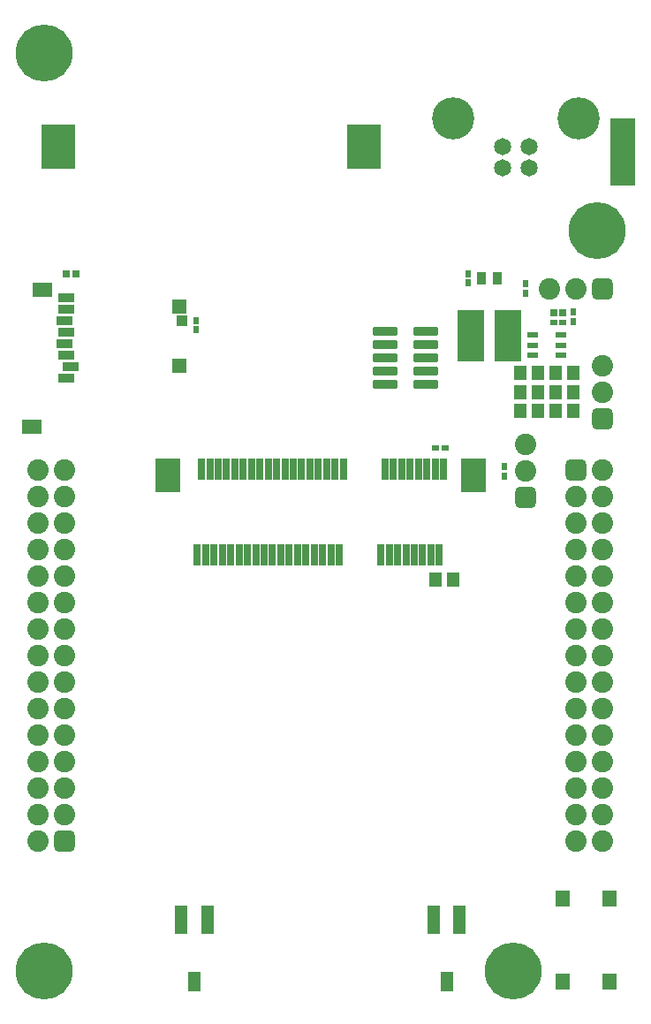
<source format=gts>
G04*
G04 #@! TF.GenerationSoftware,Altium Limited,Altium Designer,19.0.15 (446)*
G04*
G04 Layer_Color=8388736*
%FSLAX44Y44*%
%MOMM*%
G71*
G01*
G75*
%ADD22R,2.4000X6.4000*%
%ADD23R,0.6500X2.0500*%
%ADD24R,1.0000X1.0500*%
%ADD25R,1.4500X1.3500*%
%ADD26R,1.9500X1.4500*%
%ADD27R,1.5500X0.8500*%
%ADD28R,1.1000X0.6000*%
%ADD29R,2.5500X4.9500*%
%ADD30R,1.2500X1.4500*%
%ADD31R,0.7000X0.6000*%
%ADD32R,0.7100X0.6700*%
%ADD33R,0.6000X0.7000*%
G04:AMPARAMS|DCode=34|XSize=0.81mm|YSize=2.45mm|CornerRadius=0.215mm|HoleSize=0mm|Usage=FLASHONLY|Rotation=270.000|XOffset=0mm|YOffset=0mm|HoleType=Round|Shape=RoundedRectangle|*
%AMROUNDEDRECTD34*
21,1,0.8100,2.0200,0,0,270.0*
21,1,0.3800,2.4500,0,0,270.0*
1,1,0.4300,-1.0100,-0.1900*
1,1,0.4300,-1.0100,0.1900*
1,1,0.4300,1.0100,0.1900*
1,1,0.4300,1.0100,-0.1900*
%
%ADD34ROUNDEDRECTD34*%
%ADD35R,1.3500X1.6000*%
%ADD36R,3.2500X4.2500*%
%ADD37R,0.9500X1.1500*%
%ADD38R,2.3500X3.2500*%
%ADD39R,1.2500X2.7500*%
%ADD40R,1.2500X1.9500*%
%ADD41C,5.4500*%
G04:AMPARAMS|DCode=42|XSize=2.05mm|YSize=2.05mm|CornerRadius=0.525mm|HoleSize=0mm|Usage=FLASHONLY|Rotation=90.000|XOffset=0mm|YOffset=0mm|HoleType=Round|Shape=RoundedRectangle|*
%AMROUNDEDRECTD42*
21,1,2.0500,1.0000,0,0,90.0*
21,1,1.0000,2.0500,0,0,90.0*
1,1,1.0500,0.5000,0.5000*
1,1,1.0500,0.5000,-0.5000*
1,1,1.0500,-0.5000,-0.5000*
1,1,1.0500,-0.5000,0.5000*
%
%ADD42ROUNDEDRECTD42*%
%ADD43C,2.0500*%
G04:AMPARAMS|DCode=44|XSize=2.05mm|YSize=2.05mm|CornerRadius=0.525mm|HoleSize=0mm|Usage=FLASHONLY|Rotation=180.000|XOffset=0mm|YOffset=0mm|HoleType=Round|Shape=RoundedRectangle|*
%AMROUNDEDRECTD44*
21,1,2.0500,1.0000,0,0,180.0*
21,1,1.0000,2.0500,0,0,180.0*
1,1,1.0500,-0.5000,0.5000*
1,1,1.0500,0.5000,0.5000*
1,1,1.0500,0.5000,-0.5000*
1,1,1.0500,-0.5000,-0.5000*
%
%ADD44ROUNDEDRECTD44*%
%ADD45C,4.0500*%
%ADD46C,1.6500*%
%ADD47C,0.0500*%
D22*
X595000Y825000D02*
D03*
D23*
X371000Y439000D02*
D03*
X379000D02*
D03*
X423000Y521000D02*
D03*
X419000Y439000D02*
D03*
X415000Y521000D02*
D03*
X411000Y439000D02*
D03*
X407000Y521000D02*
D03*
X403000Y439000D02*
D03*
X399000Y521000D02*
D03*
X395000Y439000D02*
D03*
X391000Y521000D02*
D03*
X387000Y439000D02*
D03*
X383000Y521000D02*
D03*
X375000D02*
D03*
X367000D02*
D03*
X363000Y439000D02*
D03*
X327000Y521000D02*
D03*
X323000Y439000D02*
D03*
X319000Y521000D02*
D03*
X315000Y439000D02*
D03*
X311000Y521000D02*
D03*
X307000Y439000D02*
D03*
X303000Y521000D02*
D03*
X299000Y439000D02*
D03*
X295000Y521000D02*
D03*
X291000Y439000D02*
D03*
X287000Y521000D02*
D03*
X283000Y439000D02*
D03*
X279000Y521000D02*
D03*
X275000Y439000D02*
D03*
X271000Y521000D02*
D03*
X267000Y439000D02*
D03*
X263000Y521000D02*
D03*
X259000Y439000D02*
D03*
X255000Y521000D02*
D03*
X251000Y439000D02*
D03*
X247000Y521000D02*
D03*
X243000Y439000D02*
D03*
X239000Y521000D02*
D03*
X235000Y439000D02*
D03*
X231000Y521000D02*
D03*
X227000Y439000D02*
D03*
X223000Y521000D02*
D03*
X219000Y439000D02*
D03*
X215000Y521000D02*
D03*
X211000Y439000D02*
D03*
X207000Y521000D02*
D03*
X203000Y439000D02*
D03*
X199000Y521000D02*
D03*
X195000Y439000D02*
D03*
X191000Y521000D02*
D03*
X187000Y439000D02*
D03*
D24*
X172250Y663100D02*
D03*
D25*
X170000Y620000D02*
D03*
Y677000D02*
D03*
D26*
X28500Y561500D02*
D03*
X38500Y693000D02*
D03*
D27*
X61400Y685100D02*
D03*
Y674100D02*
D03*
X59400Y663100D02*
D03*
X61400Y652100D02*
D03*
X59400Y641100D02*
D03*
X61400Y630100D02*
D03*
X65400Y619100D02*
D03*
X61400Y608100D02*
D03*
D28*
X508750Y649500D02*
D03*
Y640000D02*
D03*
Y630500D02*
D03*
X535250D02*
D03*
Y640000D02*
D03*
Y649500D02*
D03*
D29*
X449000Y649000D02*
D03*
X485000D02*
D03*
D30*
X496500Y577000D02*
D03*
X513500D02*
D03*
X496500Y595000D02*
D03*
X513500D02*
D03*
X496500Y613000D02*
D03*
X513500D02*
D03*
X547500Y577000D02*
D03*
X530500D02*
D03*
X547500Y595000D02*
D03*
X530500D02*
D03*
X547500Y613000D02*
D03*
X530500D02*
D03*
X415500Y415000D02*
D03*
X432500D02*
D03*
D31*
X537500Y662000D02*
D03*
X528500D02*
D03*
X415500Y541000D02*
D03*
X424500D02*
D03*
D32*
X537400Y671000D02*
D03*
X528600D02*
D03*
X70400Y708000D02*
D03*
X61600D02*
D03*
D33*
X547000Y671500D02*
D03*
Y662500D02*
D03*
X502000Y698500D02*
D03*
Y689500D02*
D03*
X186000Y663500D02*
D03*
Y654500D02*
D03*
X447000Y708500D02*
D03*
Y699500D02*
D03*
X481000Y514500D02*
D03*
Y523500D02*
D03*
D34*
X406000Y602000D02*
D03*
X367000D02*
D03*
X406000Y614700D02*
D03*
X367000D02*
D03*
X406000Y627400D02*
D03*
X367000D02*
D03*
X406000Y640100D02*
D03*
X367000D02*
D03*
X406000Y652800D02*
D03*
X367000D02*
D03*
D35*
X537500Y30250D02*
D03*
Y109750D02*
D03*
X582500D02*
D03*
Y30250D02*
D03*
D36*
X53500Y830000D02*
D03*
X346500D02*
D03*
D37*
X459500Y704000D02*
D03*
X474500D02*
D03*
D38*
X451500Y515000D02*
D03*
X158500D02*
D03*
D39*
X438500Y89000D02*
D03*
X413500D02*
D03*
X196500D02*
D03*
X171500D02*
D03*
D40*
X426000Y30000D02*
D03*
X184000D02*
D03*
D41*
X570000Y750000D02*
D03*
X490000Y40000D02*
D03*
X40000D02*
D03*
Y920000D02*
D03*
D42*
X575000Y569600D02*
D03*
X550000Y520000D02*
D03*
X60000Y164400D02*
D03*
X502000Y493600D02*
D03*
D43*
X575000Y595000D02*
D03*
Y620400D02*
D03*
X550000Y694000D02*
D03*
X524600D02*
D03*
X550000Y266000D02*
D03*
X575400D02*
D03*
X550000Y240600D02*
D03*
X575400D02*
D03*
X550000Y215200D02*
D03*
X575400D02*
D03*
X550000Y189800D02*
D03*
X575400D02*
D03*
X550000Y164400D02*
D03*
X575400D02*
D03*
Y291400D02*
D03*
X550000D02*
D03*
X575400Y316800D02*
D03*
X550000D02*
D03*
X575400Y342200D02*
D03*
X550000D02*
D03*
X575400Y367600D02*
D03*
X550000D02*
D03*
X575400Y393000D02*
D03*
X550000D02*
D03*
X575400Y418400D02*
D03*
X550000D02*
D03*
X575400Y443800D02*
D03*
X550000D02*
D03*
X575400Y469200D02*
D03*
X550000D02*
D03*
X575400Y494600D02*
D03*
X550000D02*
D03*
X575400Y520000D02*
D03*
X60000Y418400D02*
D03*
X34600D02*
D03*
X60000Y443800D02*
D03*
X34600D02*
D03*
X60000Y469200D02*
D03*
X34600D02*
D03*
X60000Y494600D02*
D03*
X34600D02*
D03*
X60000Y520000D02*
D03*
X34600D02*
D03*
Y393000D02*
D03*
X60000D02*
D03*
X34600Y367600D02*
D03*
X60000D02*
D03*
X34600Y342200D02*
D03*
X60000D02*
D03*
X34600Y316800D02*
D03*
X60000D02*
D03*
X34600Y291400D02*
D03*
X60000D02*
D03*
X34600Y266000D02*
D03*
X60000D02*
D03*
X34600Y240600D02*
D03*
X60000D02*
D03*
X34600Y215200D02*
D03*
X60000D02*
D03*
X34600Y189800D02*
D03*
X60000D02*
D03*
X34600Y164400D02*
D03*
X502000Y519000D02*
D03*
Y544400D02*
D03*
D44*
X575400Y694000D02*
D03*
D45*
X432200Y857100D02*
D03*
X552600D02*
D03*
D46*
X480000Y830000D02*
D03*
X504900D02*
D03*
Y810000D02*
D03*
X479900D02*
D03*
D47*
X430000Y480000D02*
D03*
X180000D02*
D03*
X426000Y57500D02*
D03*
X184000D02*
D03*
M02*

</source>
